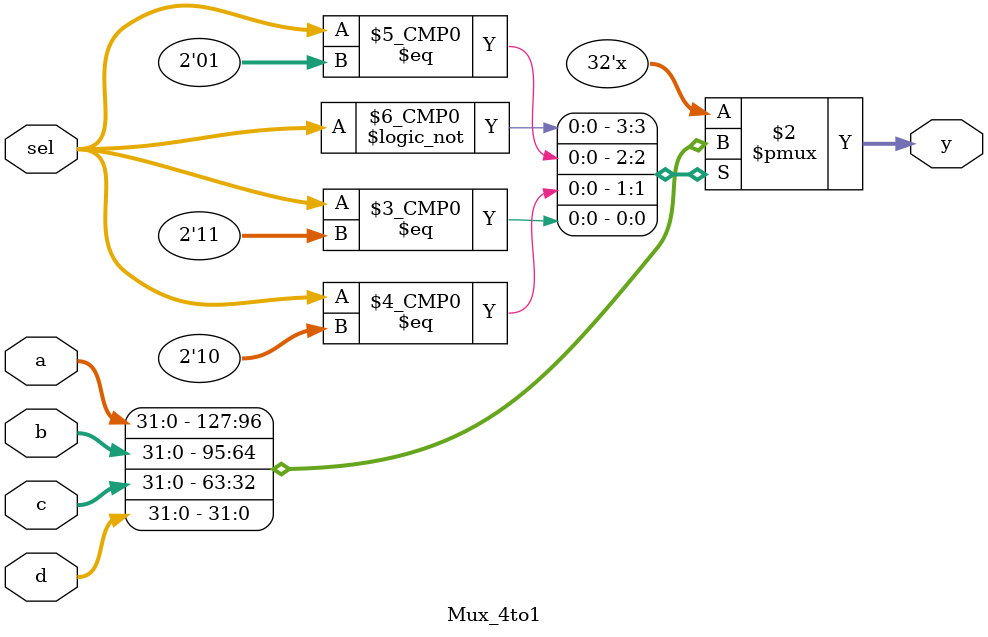
<source format=v>
module Mux_4to1 (y,a,b,c,d,sel);
  output reg [31:0] y;
  input wire [31:0] a,b,c,d;
  input wire[1:0]sel;

always@(*)

begin
  casez(sel)
    2'b00: y<=a;
    2'b01: y<=b;
    2'b10: y<=c;
    2'b11: y<=d;
    default: y<=1'bz;
  endcase
end

endmodule


</source>
